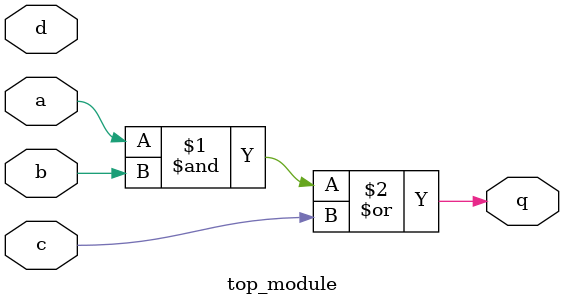
<source format=sv>
module top_module (
	input a, 
	input b, 
	input c, 
	input d,
	output q
);
    assign q = (a & b) | c;
endmodule

</source>
